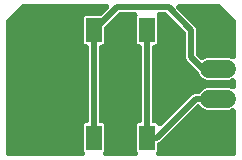
<source format=gbr>
G04 EAGLE Gerber RS-274X export*
G75*
%MOMM*%
%FSLAX34Y34*%
%LPD*%
%INTop Copper*%
%IPPOS*%
%AMOC8*
5,1,8,0,0,1.08239X$1,22.5*%
G01*
G04 Define Apertures*
%ADD10R,1.400000X2.100000*%
%ADD11C,1.524000*%
%ADD12C,0.508000*%
G36*
X-31528Y-61068D02*
X-32519Y-61269D01*
X-94642Y-61269D01*
X-95557Y-61098D01*
X-96409Y-60553D01*
X-96980Y-59719D01*
X-97182Y-58729D01*
X-97182Y53233D01*
X-96996Y54186D01*
X-96438Y55029D01*
X-84324Y67143D01*
X-83518Y67686D01*
X-82527Y67887D01*
X-11992Y67887D01*
X-11114Y67731D01*
X-10254Y67200D01*
X-9669Y66375D01*
X-9452Y65388D01*
X-9638Y64394D01*
X-10196Y63551D01*
X-15479Y58268D01*
X-16285Y57725D01*
X-17275Y57524D01*
X-30131Y57524D01*
X-31024Y56631D01*
X-31024Y34369D01*
X-30131Y33476D01*
X-29104Y33476D01*
X-28188Y33305D01*
X-27337Y32760D01*
X-26765Y31927D01*
X-26564Y30936D01*
X-26564Y-30936D01*
X-26735Y-31852D01*
X-27280Y-32703D01*
X-28113Y-33275D01*
X-29104Y-33476D01*
X-30131Y-33476D01*
X-31024Y-34369D01*
X-31024Y-56631D01*
X-30723Y-56933D01*
X-30213Y-57664D01*
X-29980Y-58648D01*
X-30149Y-59644D01*
X-30694Y-60496D01*
X-31528Y-61068D01*
G37*
G36*
X70024Y20491D02*
X69093Y20298D01*
X68099Y20483D01*
X67256Y21041D01*
X64498Y23799D01*
X63955Y24605D01*
X63754Y25595D01*
X63754Y46528D01*
X63135Y48022D01*
X47606Y63551D01*
X47096Y64283D01*
X46863Y65266D01*
X47033Y66263D01*
X47578Y67115D01*
X48411Y67686D01*
X49402Y67887D01*
X83316Y67887D01*
X84269Y67702D01*
X85112Y67143D01*
X97226Y55029D01*
X97769Y54224D01*
X97970Y53233D01*
X97970Y23242D01*
X97806Y22346D01*
X97268Y21490D01*
X96439Y20912D01*
X95450Y20703D01*
X94458Y20896D01*
X92169Y21844D01*
X73291Y21844D01*
X70024Y20491D01*
G37*
G36*
X34582Y-35629D02*
X33594Y-35846D01*
X32601Y-35661D01*
X31758Y-35103D01*
X30131Y-33476D01*
X29104Y-33476D01*
X28188Y-33305D01*
X27337Y-32760D01*
X26765Y-31927D01*
X26564Y-30936D01*
X26564Y30936D01*
X26735Y31852D01*
X27280Y32703D01*
X28113Y33275D01*
X29104Y33476D01*
X30131Y33476D01*
X31024Y34369D01*
X31024Y56745D01*
X30775Y57101D01*
X30543Y58085D01*
X30712Y59082D01*
X31257Y59933D01*
X32091Y60505D01*
X33081Y60706D01*
X37905Y60706D01*
X38858Y60520D01*
X39701Y59962D01*
X54882Y44781D01*
X55425Y43975D01*
X55626Y42985D01*
X55626Y22052D01*
X56245Y20558D01*
X65640Y11163D01*
X66191Y10339D01*
X67358Y7520D01*
X69930Y4948D01*
X73291Y3556D01*
X92169Y3556D01*
X94458Y4504D01*
X95349Y4696D01*
X96345Y4527D01*
X97197Y3982D01*
X97769Y3148D01*
X97970Y2158D01*
X97970Y-2158D01*
X97806Y-3054D01*
X97268Y-3910D01*
X96439Y-4488D01*
X95450Y-4697D01*
X94458Y-4504D01*
X92169Y-3556D01*
X73291Y-3556D01*
X69930Y-4948D01*
X67038Y-7840D01*
X67023Y-7863D01*
X66189Y-8435D01*
X65199Y-8636D01*
X62692Y-8636D01*
X61198Y-9255D01*
X35350Y-35103D01*
X34582Y-35629D01*
G37*
G36*
X13472Y-61068D02*
X12481Y-61269D01*
X-12481Y-61269D01*
X-13359Y-61112D01*
X-14219Y-60581D01*
X-14804Y-59757D01*
X-15021Y-58769D01*
X-14836Y-57775D01*
X-14277Y-56933D01*
X-13976Y-56631D01*
X-13976Y-34369D01*
X-14869Y-33476D01*
X-15896Y-33476D01*
X-16812Y-33305D01*
X-17663Y-32760D01*
X-18235Y-31927D01*
X-18436Y-30936D01*
X-18436Y30936D01*
X-18265Y31852D01*
X-17720Y32703D01*
X-16887Y33275D01*
X-15896Y33476D01*
X-14869Y33476D01*
X-13976Y34369D01*
X-13976Y47225D01*
X-13790Y48178D01*
X-13232Y49021D01*
X-2291Y59962D01*
X-1485Y60505D01*
X-495Y60706D01*
X11919Y60706D01*
X12796Y60550D01*
X13657Y60018D01*
X14241Y59194D01*
X14458Y58207D01*
X14273Y57213D01*
X13976Y56764D01*
X13976Y34369D01*
X14869Y33476D01*
X15896Y33476D01*
X16812Y33305D01*
X17663Y32760D01*
X18235Y31927D01*
X18436Y30936D01*
X18436Y-30936D01*
X18265Y-31852D01*
X17720Y-32703D01*
X16887Y-33275D01*
X15896Y-33476D01*
X14869Y-33476D01*
X13976Y-34369D01*
X13976Y-56631D01*
X14277Y-56933D01*
X14787Y-57664D01*
X15020Y-58648D01*
X14851Y-59644D01*
X14306Y-60496D01*
X13472Y-61068D01*
G37*
G36*
X96421Y-61068D02*
X95430Y-61269D01*
X32519Y-61269D01*
X31641Y-61112D01*
X30781Y-60581D01*
X30196Y-59757D01*
X29979Y-58769D01*
X30164Y-57775D01*
X30723Y-56933D01*
X31024Y-56631D01*
X31024Y-51462D01*
X31202Y-50527D01*
X31754Y-49680D01*
X32592Y-49115D01*
X33002Y-48945D01*
X63917Y-18031D01*
X64685Y-17504D01*
X65672Y-17287D01*
X66666Y-17472D01*
X67509Y-18031D01*
X69930Y-20452D01*
X73291Y-21844D01*
X92169Y-21844D01*
X94458Y-20896D01*
X95349Y-20704D01*
X96345Y-20873D01*
X97197Y-21418D01*
X97769Y-22252D01*
X97970Y-23242D01*
X97970Y-58729D01*
X97799Y-59644D01*
X97254Y-60496D01*
X96421Y-61068D01*
G37*
D10*
X-22500Y-45500D03*
X22500Y-45500D03*
X-22500Y45500D03*
X22500Y45500D03*
D11*
X75110Y12700D02*
X90350Y12700D01*
X90350Y-12700D02*
X75110Y-12700D01*
D12*
X-3230Y64770D02*
X-22500Y45500D01*
X-3230Y64770D02*
X40640Y64770D01*
X59690Y45720D01*
X59690Y22860D01*
X69850Y12700D01*
X-22500Y45500D02*
X-22500Y-45500D01*
X69850Y12700D02*
X82730Y12700D01*
X63500Y-12700D02*
X30700Y-45500D01*
X22500Y-45500D01*
X22500Y45500D01*
X63500Y-12700D02*
X82730Y-12700D01*
M02*

</source>
